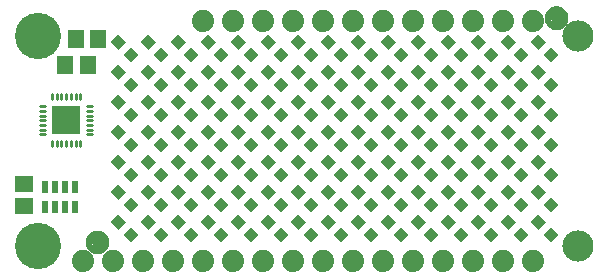
<source format=gbr>
G04 EAGLE Gerber RS-274X export*
G75*
%MOMM*%
%FSLAX34Y34*%
%LPD*%
%INSoldermask Top*%
%IPPOS*%
%AMOC8*
5,1,8,0,0,1.08239X$1,22.5*%
G01*
%ADD10R,0.901600X0.901600*%
%ADD11R,2.401600X2.401600*%
%ADD12C,0.281600*%
%ADD13R,1.601600X1.341600*%
%ADD14R,0.551600X1.001600*%
%ADD15R,1.341600X1.601600*%
%ADD16C,2.641600*%
%ADD17C,3.911600*%
%ADD18C,1.879600*%
%ADD19C,1.101600*%
%ADD20C,0.500000*%


D10*
G36*
X97988Y35337D02*
X104363Y41712D01*
X110738Y35337D01*
X104363Y28962D01*
X97988Y35337D01*
G37*
G36*
X87382Y45943D02*
X93757Y52318D01*
X100132Y45943D01*
X93757Y39568D01*
X87382Y45943D01*
G37*
G36*
X97988Y60737D02*
X104363Y67112D01*
X110738Y60737D01*
X104363Y54362D01*
X97988Y60737D01*
G37*
G36*
X87382Y71343D02*
X93757Y77718D01*
X100132Y71343D01*
X93757Y64968D01*
X87382Y71343D01*
G37*
G36*
X97988Y86137D02*
X104363Y92512D01*
X110738Y86137D01*
X104363Y79762D01*
X97988Y86137D01*
G37*
G36*
X87382Y96743D02*
X93757Y103118D01*
X100132Y96743D01*
X93757Y90368D01*
X87382Y96743D01*
G37*
G36*
X97988Y111537D02*
X104363Y117912D01*
X110738Y111537D01*
X104363Y105162D01*
X97988Y111537D01*
G37*
G36*
X87382Y122143D02*
X93757Y128518D01*
X100132Y122143D01*
X93757Y115768D01*
X87382Y122143D01*
G37*
G36*
X97988Y136937D02*
X104363Y143312D01*
X110738Y136937D01*
X104363Y130562D01*
X97988Y136937D01*
G37*
G36*
X87382Y147543D02*
X93757Y153918D01*
X100132Y147543D01*
X93757Y141168D01*
X87382Y147543D01*
G37*
G36*
X97988Y162337D02*
X104363Y168712D01*
X110738Y162337D01*
X104363Y155962D01*
X97988Y162337D01*
G37*
G36*
X87382Y172943D02*
X93757Y179318D01*
X100132Y172943D01*
X93757Y166568D01*
X87382Y172943D01*
G37*
G36*
X97988Y187737D02*
X104363Y194112D01*
X110738Y187737D01*
X104363Y181362D01*
X97988Y187737D01*
G37*
G36*
X87382Y198343D02*
X93757Y204718D01*
X100132Y198343D01*
X93757Y191968D01*
X87382Y198343D01*
G37*
G36*
X123388Y35337D02*
X129763Y41712D01*
X136138Y35337D01*
X129763Y28962D01*
X123388Y35337D01*
G37*
G36*
X112782Y45943D02*
X119157Y52318D01*
X125532Y45943D01*
X119157Y39568D01*
X112782Y45943D01*
G37*
G36*
X123388Y60737D02*
X129763Y67112D01*
X136138Y60737D01*
X129763Y54362D01*
X123388Y60737D01*
G37*
G36*
X112782Y71343D02*
X119157Y77718D01*
X125532Y71343D01*
X119157Y64968D01*
X112782Y71343D01*
G37*
G36*
X123388Y86137D02*
X129763Y92512D01*
X136138Y86137D01*
X129763Y79762D01*
X123388Y86137D01*
G37*
G36*
X112782Y96743D02*
X119157Y103118D01*
X125532Y96743D01*
X119157Y90368D01*
X112782Y96743D01*
G37*
G36*
X123388Y111537D02*
X129763Y117912D01*
X136138Y111537D01*
X129763Y105162D01*
X123388Y111537D01*
G37*
G36*
X112782Y122143D02*
X119157Y128518D01*
X125532Y122143D01*
X119157Y115768D01*
X112782Y122143D01*
G37*
G36*
X123388Y136937D02*
X129763Y143312D01*
X136138Y136937D01*
X129763Y130562D01*
X123388Y136937D01*
G37*
G36*
X112782Y147543D02*
X119157Y153918D01*
X125532Y147543D01*
X119157Y141168D01*
X112782Y147543D01*
G37*
G36*
X123388Y162337D02*
X129763Y168712D01*
X136138Y162337D01*
X129763Y155962D01*
X123388Y162337D01*
G37*
G36*
X112782Y172943D02*
X119157Y179318D01*
X125532Y172943D01*
X119157Y166568D01*
X112782Y172943D01*
G37*
G36*
X123388Y187737D02*
X129763Y194112D01*
X136138Y187737D01*
X129763Y181362D01*
X123388Y187737D01*
G37*
G36*
X112782Y198343D02*
X119157Y204718D01*
X125532Y198343D01*
X119157Y191968D01*
X112782Y198343D01*
G37*
G36*
X148788Y35337D02*
X155163Y41712D01*
X161538Y35337D01*
X155163Y28962D01*
X148788Y35337D01*
G37*
G36*
X138182Y45943D02*
X144557Y52318D01*
X150932Y45943D01*
X144557Y39568D01*
X138182Y45943D01*
G37*
G36*
X148788Y60737D02*
X155163Y67112D01*
X161538Y60737D01*
X155163Y54362D01*
X148788Y60737D01*
G37*
G36*
X138182Y71343D02*
X144557Y77718D01*
X150932Y71343D01*
X144557Y64968D01*
X138182Y71343D01*
G37*
G36*
X148788Y86137D02*
X155163Y92512D01*
X161538Y86137D01*
X155163Y79762D01*
X148788Y86137D01*
G37*
G36*
X138182Y96743D02*
X144557Y103118D01*
X150932Y96743D01*
X144557Y90368D01*
X138182Y96743D01*
G37*
G36*
X148788Y111537D02*
X155163Y117912D01*
X161538Y111537D01*
X155163Y105162D01*
X148788Y111537D01*
G37*
G36*
X138182Y122143D02*
X144557Y128518D01*
X150932Y122143D01*
X144557Y115768D01*
X138182Y122143D01*
G37*
G36*
X148788Y136937D02*
X155163Y143312D01*
X161538Y136937D01*
X155163Y130562D01*
X148788Y136937D01*
G37*
G36*
X138182Y147543D02*
X144557Y153918D01*
X150932Y147543D01*
X144557Y141168D01*
X138182Y147543D01*
G37*
G36*
X148788Y162337D02*
X155163Y168712D01*
X161538Y162337D01*
X155163Y155962D01*
X148788Y162337D01*
G37*
G36*
X138182Y172943D02*
X144557Y179318D01*
X150932Y172943D01*
X144557Y166568D01*
X138182Y172943D01*
G37*
G36*
X148788Y187737D02*
X155163Y194112D01*
X161538Y187737D01*
X155163Y181362D01*
X148788Y187737D01*
G37*
G36*
X138182Y198343D02*
X144557Y204718D01*
X150932Y198343D01*
X144557Y191968D01*
X138182Y198343D01*
G37*
G36*
X174188Y35337D02*
X180563Y41712D01*
X186938Y35337D01*
X180563Y28962D01*
X174188Y35337D01*
G37*
G36*
X163582Y45943D02*
X169957Y52318D01*
X176332Y45943D01*
X169957Y39568D01*
X163582Y45943D01*
G37*
G36*
X174188Y60737D02*
X180563Y67112D01*
X186938Y60737D01*
X180563Y54362D01*
X174188Y60737D01*
G37*
G36*
X163582Y71343D02*
X169957Y77718D01*
X176332Y71343D01*
X169957Y64968D01*
X163582Y71343D01*
G37*
G36*
X174188Y86137D02*
X180563Y92512D01*
X186938Y86137D01*
X180563Y79762D01*
X174188Y86137D01*
G37*
G36*
X163582Y96743D02*
X169957Y103118D01*
X176332Y96743D01*
X169957Y90368D01*
X163582Y96743D01*
G37*
G36*
X174188Y111537D02*
X180563Y117912D01*
X186938Y111537D01*
X180563Y105162D01*
X174188Y111537D01*
G37*
G36*
X163582Y122143D02*
X169957Y128518D01*
X176332Y122143D01*
X169957Y115768D01*
X163582Y122143D01*
G37*
G36*
X174188Y136937D02*
X180563Y143312D01*
X186938Y136937D01*
X180563Y130562D01*
X174188Y136937D01*
G37*
G36*
X163582Y147543D02*
X169957Y153918D01*
X176332Y147543D01*
X169957Y141168D01*
X163582Y147543D01*
G37*
G36*
X174188Y162337D02*
X180563Y168712D01*
X186938Y162337D01*
X180563Y155962D01*
X174188Y162337D01*
G37*
G36*
X163582Y172943D02*
X169957Y179318D01*
X176332Y172943D01*
X169957Y166568D01*
X163582Y172943D01*
G37*
G36*
X174188Y187737D02*
X180563Y194112D01*
X186938Y187737D01*
X180563Y181362D01*
X174188Y187737D01*
G37*
G36*
X163582Y198343D02*
X169957Y204718D01*
X176332Y198343D01*
X169957Y191968D01*
X163582Y198343D01*
G37*
G36*
X199588Y35337D02*
X205963Y41712D01*
X212338Y35337D01*
X205963Y28962D01*
X199588Y35337D01*
G37*
G36*
X188982Y45943D02*
X195357Y52318D01*
X201732Y45943D01*
X195357Y39568D01*
X188982Y45943D01*
G37*
G36*
X199588Y60737D02*
X205963Y67112D01*
X212338Y60737D01*
X205963Y54362D01*
X199588Y60737D01*
G37*
G36*
X188982Y71343D02*
X195357Y77718D01*
X201732Y71343D01*
X195357Y64968D01*
X188982Y71343D01*
G37*
G36*
X199588Y86137D02*
X205963Y92512D01*
X212338Y86137D01*
X205963Y79762D01*
X199588Y86137D01*
G37*
G36*
X188982Y96743D02*
X195357Y103118D01*
X201732Y96743D01*
X195357Y90368D01*
X188982Y96743D01*
G37*
G36*
X199588Y111537D02*
X205963Y117912D01*
X212338Y111537D01*
X205963Y105162D01*
X199588Y111537D01*
G37*
G36*
X188982Y122143D02*
X195357Y128518D01*
X201732Y122143D01*
X195357Y115768D01*
X188982Y122143D01*
G37*
G36*
X199588Y136937D02*
X205963Y143312D01*
X212338Y136937D01*
X205963Y130562D01*
X199588Y136937D01*
G37*
G36*
X188982Y147543D02*
X195357Y153918D01*
X201732Y147543D01*
X195357Y141168D01*
X188982Y147543D01*
G37*
G36*
X199588Y162337D02*
X205963Y168712D01*
X212338Y162337D01*
X205963Y155962D01*
X199588Y162337D01*
G37*
G36*
X188982Y172943D02*
X195357Y179318D01*
X201732Y172943D01*
X195357Y166568D01*
X188982Y172943D01*
G37*
G36*
X199588Y187737D02*
X205963Y194112D01*
X212338Y187737D01*
X205963Y181362D01*
X199588Y187737D01*
G37*
G36*
X188982Y198343D02*
X195357Y204718D01*
X201732Y198343D01*
X195357Y191968D01*
X188982Y198343D01*
G37*
G36*
X224988Y35337D02*
X231363Y41712D01*
X237738Y35337D01*
X231363Y28962D01*
X224988Y35337D01*
G37*
G36*
X214382Y45943D02*
X220757Y52318D01*
X227132Y45943D01*
X220757Y39568D01*
X214382Y45943D01*
G37*
G36*
X224988Y60737D02*
X231363Y67112D01*
X237738Y60737D01*
X231363Y54362D01*
X224988Y60737D01*
G37*
G36*
X214382Y71343D02*
X220757Y77718D01*
X227132Y71343D01*
X220757Y64968D01*
X214382Y71343D01*
G37*
G36*
X224988Y86137D02*
X231363Y92512D01*
X237738Y86137D01*
X231363Y79762D01*
X224988Y86137D01*
G37*
G36*
X214382Y96743D02*
X220757Y103118D01*
X227132Y96743D01*
X220757Y90368D01*
X214382Y96743D01*
G37*
G36*
X224988Y111537D02*
X231363Y117912D01*
X237738Y111537D01*
X231363Y105162D01*
X224988Y111537D01*
G37*
G36*
X214382Y122143D02*
X220757Y128518D01*
X227132Y122143D01*
X220757Y115768D01*
X214382Y122143D01*
G37*
G36*
X224988Y136937D02*
X231363Y143312D01*
X237738Y136937D01*
X231363Y130562D01*
X224988Y136937D01*
G37*
G36*
X214382Y147543D02*
X220757Y153918D01*
X227132Y147543D01*
X220757Y141168D01*
X214382Y147543D01*
G37*
G36*
X224988Y162337D02*
X231363Y168712D01*
X237738Y162337D01*
X231363Y155962D01*
X224988Y162337D01*
G37*
G36*
X214382Y172943D02*
X220757Y179318D01*
X227132Y172943D01*
X220757Y166568D01*
X214382Y172943D01*
G37*
G36*
X224988Y187737D02*
X231363Y194112D01*
X237738Y187737D01*
X231363Y181362D01*
X224988Y187737D01*
G37*
G36*
X214382Y198343D02*
X220757Y204718D01*
X227132Y198343D01*
X220757Y191968D01*
X214382Y198343D01*
G37*
G36*
X250388Y35337D02*
X256763Y41712D01*
X263138Y35337D01*
X256763Y28962D01*
X250388Y35337D01*
G37*
G36*
X239782Y45943D02*
X246157Y52318D01*
X252532Y45943D01*
X246157Y39568D01*
X239782Y45943D01*
G37*
G36*
X250388Y60737D02*
X256763Y67112D01*
X263138Y60737D01*
X256763Y54362D01*
X250388Y60737D01*
G37*
G36*
X239782Y71343D02*
X246157Y77718D01*
X252532Y71343D01*
X246157Y64968D01*
X239782Y71343D01*
G37*
G36*
X250388Y86137D02*
X256763Y92512D01*
X263138Y86137D01*
X256763Y79762D01*
X250388Y86137D01*
G37*
G36*
X239782Y96743D02*
X246157Y103118D01*
X252532Y96743D01*
X246157Y90368D01*
X239782Y96743D01*
G37*
G36*
X250388Y111537D02*
X256763Y117912D01*
X263138Y111537D01*
X256763Y105162D01*
X250388Y111537D01*
G37*
G36*
X239782Y122143D02*
X246157Y128518D01*
X252532Y122143D01*
X246157Y115768D01*
X239782Y122143D01*
G37*
G36*
X250388Y136937D02*
X256763Y143312D01*
X263138Y136937D01*
X256763Y130562D01*
X250388Y136937D01*
G37*
G36*
X239782Y147543D02*
X246157Y153918D01*
X252532Y147543D01*
X246157Y141168D01*
X239782Y147543D01*
G37*
G36*
X250388Y162337D02*
X256763Y168712D01*
X263138Y162337D01*
X256763Y155962D01*
X250388Y162337D01*
G37*
G36*
X239782Y172943D02*
X246157Y179318D01*
X252532Y172943D01*
X246157Y166568D01*
X239782Y172943D01*
G37*
G36*
X250388Y187737D02*
X256763Y194112D01*
X263138Y187737D01*
X256763Y181362D01*
X250388Y187737D01*
G37*
G36*
X239782Y198343D02*
X246157Y204718D01*
X252532Y198343D01*
X246157Y191968D01*
X239782Y198343D01*
G37*
G36*
X275788Y35337D02*
X282163Y41712D01*
X288538Y35337D01*
X282163Y28962D01*
X275788Y35337D01*
G37*
G36*
X265182Y45943D02*
X271557Y52318D01*
X277932Y45943D01*
X271557Y39568D01*
X265182Y45943D01*
G37*
G36*
X275788Y60737D02*
X282163Y67112D01*
X288538Y60737D01*
X282163Y54362D01*
X275788Y60737D01*
G37*
G36*
X265182Y71343D02*
X271557Y77718D01*
X277932Y71343D01*
X271557Y64968D01*
X265182Y71343D01*
G37*
G36*
X275788Y86137D02*
X282163Y92512D01*
X288538Y86137D01*
X282163Y79762D01*
X275788Y86137D01*
G37*
G36*
X265182Y96743D02*
X271557Y103118D01*
X277932Y96743D01*
X271557Y90368D01*
X265182Y96743D01*
G37*
G36*
X275788Y111537D02*
X282163Y117912D01*
X288538Y111537D01*
X282163Y105162D01*
X275788Y111537D01*
G37*
G36*
X265182Y122143D02*
X271557Y128518D01*
X277932Y122143D01*
X271557Y115768D01*
X265182Y122143D01*
G37*
G36*
X275788Y136937D02*
X282163Y143312D01*
X288538Y136937D01*
X282163Y130562D01*
X275788Y136937D01*
G37*
G36*
X265182Y147543D02*
X271557Y153918D01*
X277932Y147543D01*
X271557Y141168D01*
X265182Y147543D01*
G37*
G36*
X275788Y162337D02*
X282163Y168712D01*
X288538Y162337D01*
X282163Y155962D01*
X275788Y162337D01*
G37*
G36*
X265182Y172943D02*
X271557Y179318D01*
X277932Y172943D01*
X271557Y166568D01*
X265182Y172943D01*
G37*
G36*
X275788Y187737D02*
X282163Y194112D01*
X288538Y187737D01*
X282163Y181362D01*
X275788Y187737D01*
G37*
G36*
X265182Y198343D02*
X271557Y204718D01*
X277932Y198343D01*
X271557Y191968D01*
X265182Y198343D01*
G37*
G36*
X455732Y198343D02*
X449357Y191968D01*
X442982Y198343D01*
X449357Y204718D01*
X455732Y198343D01*
G37*
G36*
X466338Y187737D02*
X459963Y181362D01*
X453588Y187737D01*
X459963Y194112D01*
X466338Y187737D01*
G37*
G36*
X455732Y172943D02*
X449357Y166568D01*
X442982Y172943D01*
X449357Y179318D01*
X455732Y172943D01*
G37*
G36*
X466338Y162337D02*
X459963Y155962D01*
X453588Y162337D01*
X459963Y168712D01*
X466338Y162337D01*
G37*
G36*
X455732Y147543D02*
X449357Y141168D01*
X442982Y147543D01*
X449357Y153918D01*
X455732Y147543D01*
G37*
G36*
X466338Y136937D02*
X459963Y130562D01*
X453588Y136937D01*
X459963Y143312D01*
X466338Y136937D01*
G37*
G36*
X455732Y122143D02*
X449357Y115768D01*
X442982Y122143D01*
X449357Y128518D01*
X455732Y122143D01*
G37*
G36*
X466338Y111537D02*
X459963Y105162D01*
X453588Y111537D01*
X459963Y117912D01*
X466338Y111537D01*
G37*
G36*
X455732Y96743D02*
X449357Y90368D01*
X442982Y96743D01*
X449357Y103118D01*
X455732Y96743D01*
G37*
G36*
X466338Y86137D02*
X459963Y79762D01*
X453588Y86137D01*
X459963Y92512D01*
X466338Y86137D01*
G37*
G36*
X455732Y71343D02*
X449357Y64968D01*
X442982Y71343D01*
X449357Y77718D01*
X455732Y71343D01*
G37*
G36*
X466338Y60737D02*
X459963Y54362D01*
X453588Y60737D01*
X459963Y67112D01*
X466338Y60737D01*
G37*
G36*
X455732Y45943D02*
X449357Y39568D01*
X442982Y45943D01*
X449357Y52318D01*
X455732Y45943D01*
G37*
G36*
X466338Y35337D02*
X459963Y28962D01*
X453588Y35337D01*
X459963Y41712D01*
X466338Y35337D01*
G37*
G36*
X430332Y198343D02*
X423957Y191968D01*
X417582Y198343D01*
X423957Y204718D01*
X430332Y198343D01*
G37*
G36*
X440938Y187737D02*
X434563Y181362D01*
X428188Y187737D01*
X434563Y194112D01*
X440938Y187737D01*
G37*
G36*
X430332Y172943D02*
X423957Y166568D01*
X417582Y172943D01*
X423957Y179318D01*
X430332Y172943D01*
G37*
G36*
X440938Y162337D02*
X434563Y155962D01*
X428188Y162337D01*
X434563Y168712D01*
X440938Y162337D01*
G37*
G36*
X430332Y147543D02*
X423957Y141168D01*
X417582Y147543D01*
X423957Y153918D01*
X430332Y147543D01*
G37*
G36*
X440938Y136937D02*
X434563Y130562D01*
X428188Y136937D01*
X434563Y143312D01*
X440938Y136937D01*
G37*
G36*
X430332Y122143D02*
X423957Y115768D01*
X417582Y122143D01*
X423957Y128518D01*
X430332Y122143D01*
G37*
G36*
X440938Y111537D02*
X434563Y105162D01*
X428188Y111537D01*
X434563Y117912D01*
X440938Y111537D01*
G37*
G36*
X430332Y96743D02*
X423957Y90368D01*
X417582Y96743D01*
X423957Y103118D01*
X430332Y96743D01*
G37*
G36*
X440938Y86137D02*
X434563Y79762D01*
X428188Y86137D01*
X434563Y92512D01*
X440938Y86137D01*
G37*
G36*
X430332Y71343D02*
X423957Y64968D01*
X417582Y71343D01*
X423957Y77718D01*
X430332Y71343D01*
G37*
G36*
X440938Y60737D02*
X434563Y54362D01*
X428188Y60737D01*
X434563Y67112D01*
X440938Y60737D01*
G37*
G36*
X430332Y45943D02*
X423957Y39568D01*
X417582Y45943D01*
X423957Y52318D01*
X430332Y45943D01*
G37*
G36*
X440938Y35337D02*
X434563Y28962D01*
X428188Y35337D01*
X434563Y41712D01*
X440938Y35337D01*
G37*
G36*
X404932Y198343D02*
X398557Y191968D01*
X392182Y198343D01*
X398557Y204718D01*
X404932Y198343D01*
G37*
G36*
X415538Y187737D02*
X409163Y181362D01*
X402788Y187737D01*
X409163Y194112D01*
X415538Y187737D01*
G37*
G36*
X404932Y172943D02*
X398557Y166568D01*
X392182Y172943D01*
X398557Y179318D01*
X404932Y172943D01*
G37*
G36*
X415538Y162337D02*
X409163Y155962D01*
X402788Y162337D01*
X409163Y168712D01*
X415538Y162337D01*
G37*
G36*
X404932Y147543D02*
X398557Y141168D01*
X392182Y147543D01*
X398557Y153918D01*
X404932Y147543D01*
G37*
G36*
X415538Y136937D02*
X409163Y130562D01*
X402788Y136937D01*
X409163Y143312D01*
X415538Y136937D01*
G37*
G36*
X404932Y122143D02*
X398557Y115768D01*
X392182Y122143D01*
X398557Y128518D01*
X404932Y122143D01*
G37*
G36*
X415538Y111537D02*
X409163Y105162D01*
X402788Y111537D01*
X409163Y117912D01*
X415538Y111537D01*
G37*
G36*
X404932Y96743D02*
X398557Y90368D01*
X392182Y96743D01*
X398557Y103118D01*
X404932Y96743D01*
G37*
G36*
X415538Y86137D02*
X409163Y79762D01*
X402788Y86137D01*
X409163Y92512D01*
X415538Y86137D01*
G37*
G36*
X404932Y71343D02*
X398557Y64968D01*
X392182Y71343D01*
X398557Y77718D01*
X404932Y71343D01*
G37*
G36*
X415538Y60737D02*
X409163Y54362D01*
X402788Y60737D01*
X409163Y67112D01*
X415538Y60737D01*
G37*
G36*
X404932Y45943D02*
X398557Y39568D01*
X392182Y45943D01*
X398557Y52318D01*
X404932Y45943D01*
G37*
G36*
X415538Y35337D02*
X409163Y28962D01*
X402788Y35337D01*
X409163Y41712D01*
X415538Y35337D01*
G37*
G36*
X379532Y198343D02*
X373157Y191968D01*
X366782Y198343D01*
X373157Y204718D01*
X379532Y198343D01*
G37*
G36*
X390138Y187737D02*
X383763Y181362D01*
X377388Y187737D01*
X383763Y194112D01*
X390138Y187737D01*
G37*
G36*
X379532Y172943D02*
X373157Y166568D01*
X366782Y172943D01*
X373157Y179318D01*
X379532Y172943D01*
G37*
G36*
X390138Y162337D02*
X383763Y155962D01*
X377388Y162337D01*
X383763Y168712D01*
X390138Y162337D01*
G37*
G36*
X379532Y147543D02*
X373157Y141168D01*
X366782Y147543D01*
X373157Y153918D01*
X379532Y147543D01*
G37*
G36*
X390138Y136937D02*
X383763Y130562D01*
X377388Y136937D01*
X383763Y143312D01*
X390138Y136937D01*
G37*
G36*
X379532Y122143D02*
X373157Y115768D01*
X366782Y122143D01*
X373157Y128518D01*
X379532Y122143D01*
G37*
G36*
X390138Y111537D02*
X383763Y105162D01*
X377388Y111537D01*
X383763Y117912D01*
X390138Y111537D01*
G37*
G36*
X379532Y96743D02*
X373157Y90368D01*
X366782Y96743D01*
X373157Y103118D01*
X379532Y96743D01*
G37*
G36*
X390138Y86137D02*
X383763Y79762D01*
X377388Y86137D01*
X383763Y92512D01*
X390138Y86137D01*
G37*
G36*
X379532Y71343D02*
X373157Y64968D01*
X366782Y71343D01*
X373157Y77718D01*
X379532Y71343D01*
G37*
G36*
X390138Y60737D02*
X383763Y54362D01*
X377388Y60737D01*
X383763Y67112D01*
X390138Y60737D01*
G37*
G36*
X379532Y45943D02*
X373157Y39568D01*
X366782Y45943D01*
X373157Y52318D01*
X379532Y45943D01*
G37*
G36*
X390138Y35337D02*
X383763Y28962D01*
X377388Y35337D01*
X383763Y41712D01*
X390138Y35337D01*
G37*
G36*
X354132Y198343D02*
X347757Y191968D01*
X341382Y198343D01*
X347757Y204718D01*
X354132Y198343D01*
G37*
G36*
X364738Y187737D02*
X358363Y181362D01*
X351988Y187737D01*
X358363Y194112D01*
X364738Y187737D01*
G37*
G36*
X354132Y172943D02*
X347757Y166568D01*
X341382Y172943D01*
X347757Y179318D01*
X354132Y172943D01*
G37*
G36*
X364738Y162337D02*
X358363Y155962D01*
X351988Y162337D01*
X358363Y168712D01*
X364738Y162337D01*
G37*
G36*
X354132Y147543D02*
X347757Y141168D01*
X341382Y147543D01*
X347757Y153918D01*
X354132Y147543D01*
G37*
G36*
X364738Y136937D02*
X358363Y130562D01*
X351988Y136937D01*
X358363Y143312D01*
X364738Y136937D01*
G37*
G36*
X354132Y122143D02*
X347757Y115768D01*
X341382Y122143D01*
X347757Y128518D01*
X354132Y122143D01*
G37*
G36*
X364738Y111537D02*
X358363Y105162D01*
X351988Y111537D01*
X358363Y117912D01*
X364738Y111537D01*
G37*
G36*
X354132Y96743D02*
X347757Y90368D01*
X341382Y96743D01*
X347757Y103118D01*
X354132Y96743D01*
G37*
G36*
X364738Y86137D02*
X358363Y79762D01*
X351988Y86137D01*
X358363Y92512D01*
X364738Y86137D01*
G37*
G36*
X354132Y71343D02*
X347757Y64968D01*
X341382Y71343D01*
X347757Y77718D01*
X354132Y71343D01*
G37*
G36*
X364738Y60737D02*
X358363Y54362D01*
X351988Y60737D01*
X358363Y67112D01*
X364738Y60737D01*
G37*
G36*
X354132Y45943D02*
X347757Y39568D01*
X341382Y45943D01*
X347757Y52318D01*
X354132Y45943D01*
G37*
G36*
X364738Y35337D02*
X358363Y28962D01*
X351988Y35337D01*
X358363Y41712D01*
X364738Y35337D01*
G37*
G36*
X328732Y198343D02*
X322357Y191968D01*
X315982Y198343D01*
X322357Y204718D01*
X328732Y198343D01*
G37*
G36*
X339338Y187737D02*
X332963Y181362D01*
X326588Y187737D01*
X332963Y194112D01*
X339338Y187737D01*
G37*
G36*
X328732Y172943D02*
X322357Y166568D01*
X315982Y172943D01*
X322357Y179318D01*
X328732Y172943D01*
G37*
G36*
X339338Y162337D02*
X332963Y155962D01*
X326588Y162337D01*
X332963Y168712D01*
X339338Y162337D01*
G37*
G36*
X328732Y147543D02*
X322357Y141168D01*
X315982Y147543D01*
X322357Y153918D01*
X328732Y147543D01*
G37*
G36*
X339338Y136937D02*
X332963Y130562D01*
X326588Y136937D01*
X332963Y143312D01*
X339338Y136937D01*
G37*
G36*
X328732Y122143D02*
X322357Y115768D01*
X315982Y122143D01*
X322357Y128518D01*
X328732Y122143D01*
G37*
G36*
X339338Y111537D02*
X332963Y105162D01*
X326588Y111537D01*
X332963Y117912D01*
X339338Y111537D01*
G37*
G36*
X328732Y96743D02*
X322357Y90368D01*
X315982Y96743D01*
X322357Y103118D01*
X328732Y96743D01*
G37*
G36*
X339338Y86137D02*
X332963Y79762D01*
X326588Y86137D01*
X332963Y92512D01*
X339338Y86137D01*
G37*
G36*
X328732Y71343D02*
X322357Y64968D01*
X315982Y71343D01*
X322357Y77718D01*
X328732Y71343D01*
G37*
G36*
X339338Y60737D02*
X332963Y54362D01*
X326588Y60737D01*
X332963Y67112D01*
X339338Y60737D01*
G37*
G36*
X328732Y45943D02*
X322357Y39568D01*
X315982Y45943D01*
X322357Y52318D01*
X328732Y45943D01*
G37*
G36*
X339338Y35337D02*
X332963Y28962D01*
X326588Y35337D01*
X332963Y41712D01*
X339338Y35337D01*
G37*
G36*
X303332Y198343D02*
X296957Y191968D01*
X290582Y198343D01*
X296957Y204718D01*
X303332Y198343D01*
G37*
G36*
X313938Y187737D02*
X307563Y181362D01*
X301188Y187737D01*
X307563Y194112D01*
X313938Y187737D01*
G37*
G36*
X303332Y172943D02*
X296957Y166568D01*
X290582Y172943D01*
X296957Y179318D01*
X303332Y172943D01*
G37*
G36*
X313938Y162337D02*
X307563Y155962D01*
X301188Y162337D01*
X307563Y168712D01*
X313938Y162337D01*
G37*
G36*
X303332Y147543D02*
X296957Y141168D01*
X290582Y147543D01*
X296957Y153918D01*
X303332Y147543D01*
G37*
G36*
X313938Y136937D02*
X307563Y130562D01*
X301188Y136937D01*
X307563Y143312D01*
X313938Y136937D01*
G37*
G36*
X303332Y122143D02*
X296957Y115768D01*
X290582Y122143D01*
X296957Y128518D01*
X303332Y122143D01*
G37*
G36*
X313938Y111537D02*
X307563Y105162D01*
X301188Y111537D01*
X307563Y117912D01*
X313938Y111537D01*
G37*
G36*
X303332Y96743D02*
X296957Y90368D01*
X290582Y96743D01*
X296957Y103118D01*
X303332Y96743D01*
G37*
G36*
X313938Y86137D02*
X307563Y79762D01*
X301188Y86137D01*
X307563Y92512D01*
X313938Y86137D01*
G37*
G36*
X303332Y71343D02*
X296957Y64968D01*
X290582Y71343D01*
X296957Y77718D01*
X303332Y71343D01*
G37*
G36*
X313938Y60737D02*
X307563Y54362D01*
X301188Y60737D01*
X307563Y67112D01*
X313938Y60737D01*
G37*
G36*
X303332Y45943D02*
X296957Y39568D01*
X290582Y45943D01*
X296957Y52318D01*
X303332Y45943D01*
G37*
G36*
X313938Y35337D02*
X307563Y28962D01*
X301188Y35337D01*
X307563Y41712D01*
X313938Y35337D01*
G37*
D11*
X49530Y132080D03*
D12*
X61530Y149980D02*
X61530Y154180D01*
X57530Y154180D02*
X57530Y149980D01*
X53530Y149980D02*
X53530Y154180D01*
X49530Y154180D02*
X49530Y149980D01*
X45530Y149980D02*
X45530Y154180D01*
X41530Y154180D02*
X41530Y149980D01*
X37530Y149980D02*
X37530Y154180D01*
X31630Y144080D02*
X27430Y144080D01*
X27430Y140080D02*
X31630Y140080D01*
X31630Y136080D02*
X27430Y136080D01*
X27430Y132080D02*
X31630Y132080D01*
X31630Y128080D02*
X27430Y128080D01*
X27430Y124080D02*
X31630Y124080D01*
X31630Y120080D02*
X27430Y120080D01*
X37530Y114180D02*
X37530Y109980D01*
X41530Y109980D02*
X41530Y114180D01*
X45530Y114180D02*
X45530Y109980D01*
X49530Y109980D02*
X49530Y114180D01*
X53530Y114180D02*
X53530Y109980D01*
X57530Y109980D02*
X57530Y114180D01*
X61530Y114180D02*
X61530Y109980D01*
X67430Y120080D02*
X71630Y120080D01*
X71630Y124080D02*
X67430Y124080D01*
X67430Y128080D02*
X71630Y128080D01*
X71630Y132080D02*
X67430Y132080D01*
X67430Y136080D02*
X71630Y136080D01*
X71630Y140080D02*
X67430Y140080D01*
X67430Y144080D02*
X71630Y144080D01*
D13*
X13970Y78080D03*
X13970Y59080D03*
D14*
X57450Y58810D03*
X57450Y75810D03*
X48450Y58810D03*
X40450Y58810D03*
X31450Y58810D03*
X31450Y75810D03*
X48450Y75810D03*
X40450Y75810D03*
D15*
X76810Y200660D03*
X57810Y200660D03*
X67920Y179070D03*
X48920Y179070D03*
D16*
X482600Y203200D03*
X482600Y25400D03*
D17*
X25400Y203200D03*
X25400Y25400D03*
D18*
X165100Y215900D03*
X190500Y215900D03*
X215900Y215900D03*
X241300Y215900D03*
X266700Y215900D03*
X292100Y215900D03*
X317500Y215900D03*
X342900Y215900D03*
X368300Y215900D03*
X393700Y215900D03*
X419100Y215900D03*
X444500Y215900D03*
X165100Y12700D03*
X190500Y12700D03*
X215900Y12700D03*
X241300Y12700D03*
X266700Y12700D03*
X292100Y12700D03*
X317500Y12700D03*
X342900Y12700D03*
X368300Y12700D03*
X393700Y12700D03*
X419100Y12700D03*
X444500Y12700D03*
X139700Y12700D03*
X114300Y12700D03*
X88900Y12700D03*
X63500Y12700D03*
D19*
X76200Y28575D03*
D20*
X76200Y36075D02*
X76019Y36073D01*
X75838Y36066D01*
X75657Y36055D01*
X75476Y36040D01*
X75296Y36020D01*
X75116Y35996D01*
X74937Y35968D01*
X74759Y35935D01*
X74582Y35898D01*
X74405Y35857D01*
X74230Y35812D01*
X74055Y35762D01*
X73882Y35708D01*
X73711Y35650D01*
X73540Y35588D01*
X73372Y35521D01*
X73205Y35451D01*
X73039Y35377D01*
X72876Y35298D01*
X72715Y35216D01*
X72555Y35130D01*
X72398Y35040D01*
X72243Y34946D01*
X72090Y34849D01*
X71940Y34747D01*
X71792Y34643D01*
X71646Y34534D01*
X71504Y34423D01*
X71364Y34307D01*
X71227Y34189D01*
X71092Y34067D01*
X70961Y33942D01*
X70833Y33814D01*
X70708Y33683D01*
X70586Y33548D01*
X70468Y33411D01*
X70352Y33271D01*
X70241Y33129D01*
X70132Y32983D01*
X70028Y32835D01*
X69926Y32685D01*
X69829Y32532D01*
X69735Y32377D01*
X69645Y32220D01*
X69559Y32060D01*
X69477Y31899D01*
X69398Y31736D01*
X69324Y31570D01*
X69254Y31403D01*
X69187Y31235D01*
X69125Y31064D01*
X69067Y30893D01*
X69013Y30720D01*
X68963Y30545D01*
X68918Y30370D01*
X68877Y30193D01*
X68840Y30016D01*
X68807Y29838D01*
X68779Y29659D01*
X68755Y29479D01*
X68735Y29299D01*
X68720Y29118D01*
X68709Y28937D01*
X68702Y28756D01*
X68700Y28575D01*
X76200Y36075D02*
X76381Y36073D01*
X76562Y36066D01*
X76743Y36055D01*
X76924Y36040D01*
X77104Y36020D01*
X77284Y35996D01*
X77463Y35968D01*
X77641Y35935D01*
X77818Y35898D01*
X77995Y35857D01*
X78170Y35812D01*
X78345Y35762D01*
X78518Y35708D01*
X78689Y35650D01*
X78860Y35588D01*
X79028Y35521D01*
X79195Y35451D01*
X79361Y35377D01*
X79524Y35298D01*
X79685Y35216D01*
X79845Y35130D01*
X80002Y35040D01*
X80157Y34946D01*
X80310Y34849D01*
X80460Y34747D01*
X80608Y34643D01*
X80754Y34534D01*
X80896Y34423D01*
X81036Y34307D01*
X81173Y34189D01*
X81308Y34067D01*
X81439Y33942D01*
X81567Y33814D01*
X81692Y33683D01*
X81814Y33548D01*
X81932Y33411D01*
X82048Y33271D01*
X82159Y33129D01*
X82268Y32983D01*
X82372Y32835D01*
X82474Y32685D01*
X82571Y32532D01*
X82665Y32377D01*
X82755Y32220D01*
X82841Y32060D01*
X82923Y31899D01*
X83002Y31736D01*
X83076Y31570D01*
X83146Y31403D01*
X83213Y31235D01*
X83275Y31064D01*
X83333Y30893D01*
X83387Y30720D01*
X83437Y30545D01*
X83482Y30370D01*
X83523Y30193D01*
X83560Y30016D01*
X83593Y29838D01*
X83621Y29659D01*
X83645Y29479D01*
X83665Y29299D01*
X83680Y29118D01*
X83691Y28937D01*
X83698Y28756D01*
X83700Y28575D01*
X83698Y28394D01*
X83691Y28213D01*
X83680Y28032D01*
X83665Y27851D01*
X83645Y27671D01*
X83621Y27491D01*
X83593Y27312D01*
X83560Y27134D01*
X83523Y26957D01*
X83482Y26780D01*
X83437Y26605D01*
X83387Y26430D01*
X83333Y26257D01*
X83275Y26086D01*
X83213Y25915D01*
X83146Y25747D01*
X83076Y25580D01*
X83002Y25414D01*
X82923Y25251D01*
X82841Y25090D01*
X82755Y24930D01*
X82665Y24773D01*
X82571Y24618D01*
X82474Y24465D01*
X82372Y24315D01*
X82268Y24167D01*
X82159Y24021D01*
X82048Y23879D01*
X81932Y23739D01*
X81814Y23602D01*
X81692Y23467D01*
X81567Y23336D01*
X81439Y23208D01*
X81308Y23083D01*
X81173Y22961D01*
X81036Y22843D01*
X80896Y22727D01*
X80754Y22616D01*
X80608Y22507D01*
X80460Y22403D01*
X80310Y22301D01*
X80157Y22204D01*
X80002Y22110D01*
X79845Y22020D01*
X79685Y21934D01*
X79524Y21852D01*
X79361Y21773D01*
X79195Y21699D01*
X79028Y21629D01*
X78860Y21562D01*
X78689Y21500D01*
X78518Y21442D01*
X78345Y21388D01*
X78170Y21338D01*
X77995Y21293D01*
X77818Y21252D01*
X77641Y21215D01*
X77463Y21182D01*
X77284Y21154D01*
X77104Y21130D01*
X76924Y21110D01*
X76743Y21095D01*
X76562Y21084D01*
X76381Y21077D01*
X76200Y21075D01*
X76019Y21077D01*
X75838Y21084D01*
X75657Y21095D01*
X75476Y21110D01*
X75296Y21130D01*
X75116Y21154D01*
X74937Y21182D01*
X74759Y21215D01*
X74582Y21252D01*
X74405Y21293D01*
X74230Y21338D01*
X74055Y21388D01*
X73882Y21442D01*
X73711Y21500D01*
X73540Y21562D01*
X73372Y21629D01*
X73205Y21699D01*
X73039Y21773D01*
X72876Y21852D01*
X72715Y21934D01*
X72555Y22020D01*
X72398Y22110D01*
X72243Y22204D01*
X72090Y22301D01*
X71940Y22403D01*
X71792Y22507D01*
X71646Y22616D01*
X71504Y22727D01*
X71364Y22843D01*
X71227Y22961D01*
X71092Y23083D01*
X70961Y23208D01*
X70833Y23336D01*
X70708Y23467D01*
X70586Y23602D01*
X70468Y23739D01*
X70352Y23879D01*
X70241Y24021D01*
X70132Y24167D01*
X70028Y24315D01*
X69926Y24465D01*
X69829Y24618D01*
X69735Y24773D01*
X69645Y24930D01*
X69559Y25090D01*
X69477Y25251D01*
X69398Y25414D01*
X69324Y25580D01*
X69254Y25747D01*
X69187Y25915D01*
X69125Y26086D01*
X69067Y26257D01*
X69013Y26430D01*
X68963Y26605D01*
X68918Y26780D01*
X68877Y26957D01*
X68840Y27134D01*
X68807Y27312D01*
X68779Y27491D01*
X68755Y27671D01*
X68735Y27851D01*
X68720Y28032D01*
X68709Y28213D01*
X68702Y28394D01*
X68700Y28575D01*
D19*
X464820Y218440D03*
D20*
X464820Y225940D02*
X464639Y225938D01*
X464458Y225931D01*
X464277Y225920D01*
X464096Y225905D01*
X463916Y225885D01*
X463736Y225861D01*
X463557Y225833D01*
X463379Y225800D01*
X463202Y225763D01*
X463025Y225722D01*
X462850Y225677D01*
X462675Y225627D01*
X462502Y225573D01*
X462331Y225515D01*
X462160Y225453D01*
X461992Y225386D01*
X461825Y225316D01*
X461659Y225242D01*
X461496Y225163D01*
X461335Y225081D01*
X461175Y224995D01*
X461018Y224905D01*
X460863Y224811D01*
X460710Y224714D01*
X460560Y224612D01*
X460412Y224508D01*
X460266Y224399D01*
X460124Y224288D01*
X459984Y224172D01*
X459847Y224054D01*
X459712Y223932D01*
X459581Y223807D01*
X459453Y223679D01*
X459328Y223548D01*
X459206Y223413D01*
X459088Y223276D01*
X458972Y223136D01*
X458861Y222994D01*
X458752Y222848D01*
X458648Y222700D01*
X458546Y222550D01*
X458449Y222397D01*
X458355Y222242D01*
X458265Y222085D01*
X458179Y221925D01*
X458097Y221764D01*
X458018Y221601D01*
X457944Y221435D01*
X457874Y221268D01*
X457807Y221100D01*
X457745Y220929D01*
X457687Y220758D01*
X457633Y220585D01*
X457583Y220410D01*
X457538Y220235D01*
X457497Y220058D01*
X457460Y219881D01*
X457427Y219703D01*
X457399Y219524D01*
X457375Y219344D01*
X457355Y219164D01*
X457340Y218983D01*
X457329Y218802D01*
X457322Y218621D01*
X457320Y218440D01*
X464820Y225940D02*
X465001Y225938D01*
X465182Y225931D01*
X465363Y225920D01*
X465544Y225905D01*
X465724Y225885D01*
X465904Y225861D01*
X466083Y225833D01*
X466261Y225800D01*
X466438Y225763D01*
X466615Y225722D01*
X466790Y225677D01*
X466965Y225627D01*
X467138Y225573D01*
X467309Y225515D01*
X467480Y225453D01*
X467648Y225386D01*
X467815Y225316D01*
X467981Y225242D01*
X468144Y225163D01*
X468305Y225081D01*
X468465Y224995D01*
X468622Y224905D01*
X468777Y224811D01*
X468930Y224714D01*
X469080Y224612D01*
X469228Y224508D01*
X469374Y224399D01*
X469516Y224288D01*
X469656Y224172D01*
X469793Y224054D01*
X469928Y223932D01*
X470059Y223807D01*
X470187Y223679D01*
X470312Y223548D01*
X470434Y223413D01*
X470552Y223276D01*
X470668Y223136D01*
X470779Y222994D01*
X470888Y222848D01*
X470992Y222700D01*
X471094Y222550D01*
X471191Y222397D01*
X471285Y222242D01*
X471375Y222085D01*
X471461Y221925D01*
X471543Y221764D01*
X471622Y221601D01*
X471696Y221435D01*
X471766Y221268D01*
X471833Y221100D01*
X471895Y220929D01*
X471953Y220758D01*
X472007Y220585D01*
X472057Y220410D01*
X472102Y220235D01*
X472143Y220058D01*
X472180Y219881D01*
X472213Y219703D01*
X472241Y219524D01*
X472265Y219344D01*
X472285Y219164D01*
X472300Y218983D01*
X472311Y218802D01*
X472318Y218621D01*
X472320Y218440D01*
X472318Y218259D01*
X472311Y218078D01*
X472300Y217897D01*
X472285Y217716D01*
X472265Y217536D01*
X472241Y217356D01*
X472213Y217177D01*
X472180Y216999D01*
X472143Y216822D01*
X472102Y216645D01*
X472057Y216470D01*
X472007Y216295D01*
X471953Y216122D01*
X471895Y215951D01*
X471833Y215780D01*
X471766Y215612D01*
X471696Y215445D01*
X471622Y215279D01*
X471543Y215116D01*
X471461Y214955D01*
X471375Y214795D01*
X471285Y214638D01*
X471191Y214483D01*
X471094Y214330D01*
X470992Y214180D01*
X470888Y214032D01*
X470779Y213886D01*
X470668Y213744D01*
X470552Y213604D01*
X470434Y213467D01*
X470312Y213332D01*
X470187Y213201D01*
X470059Y213073D01*
X469928Y212948D01*
X469793Y212826D01*
X469656Y212708D01*
X469516Y212592D01*
X469374Y212481D01*
X469228Y212372D01*
X469080Y212268D01*
X468930Y212166D01*
X468777Y212069D01*
X468622Y211975D01*
X468465Y211885D01*
X468305Y211799D01*
X468144Y211717D01*
X467981Y211638D01*
X467815Y211564D01*
X467648Y211494D01*
X467480Y211427D01*
X467309Y211365D01*
X467138Y211307D01*
X466965Y211253D01*
X466790Y211203D01*
X466615Y211158D01*
X466438Y211117D01*
X466261Y211080D01*
X466083Y211047D01*
X465904Y211019D01*
X465724Y210995D01*
X465544Y210975D01*
X465363Y210960D01*
X465182Y210949D01*
X465001Y210942D01*
X464820Y210940D01*
X464639Y210942D01*
X464458Y210949D01*
X464277Y210960D01*
X464096Y210975D01*
X463916Y210995D01*
X463736Y211019D01*
X463557Y211047D01*
X463379Y211080D01*
X463202Y211117D01*
X463025Y211158D01*
X462850Y211203D01*
X462675Y211253D01*
X462502Y211307D01*
X462331Y211365D01*
X462160Y211427D01*
X461992Y211494D01*
X461825Y211564D01*
X461659Y211638D01*
X461496Y211717D01*
X461335Y211799D01*
X461175Y211885D01*
X461018Y211975D01*
X460863Y212069D01*
X460710Y212166D01*
X460560Y212268D01*
X460412Y212372D01*
X460266Y212481D01*
X460124Y212592D01*
X459984Y212708D01*
X459847Y212826D01*
X459712Y212948D01*
X459581Y213073D01*
X459453Y213201D01*
X459328Y213332D01*
X459206Y213467D01*
X459088Y213604D01*
X458972Y213744D01*
X458861Y213886D01*
X458752Y214032D01*
X458648Y214180D01*
X458546Y214330D01*
X458449Y214483D01*
X458355Y214638D01*
X458265Y214795D01*
X458179Y214955D01*
X458097Y215116D01*
X458018Y215279D01*
X457944Y215445D01*
X457874Y215612D01*
X457807Y215780D01*
X457745Y215951D01*
X457687Y216122D01*
X457633Y216295D01*
X457583Y216470D01*
X457538Y216645D01*
X457497Y216822D01*
X457460Y216999D01*
X457427Y217177D01*
X457399Y217356D01*
X457375Y217536D01*
X457355Y217716D01*
X457340Y217897D01*
X457329Y218078D01*
X457322Y218259D01*
X457320Y218440D01*
M02*

</source>
